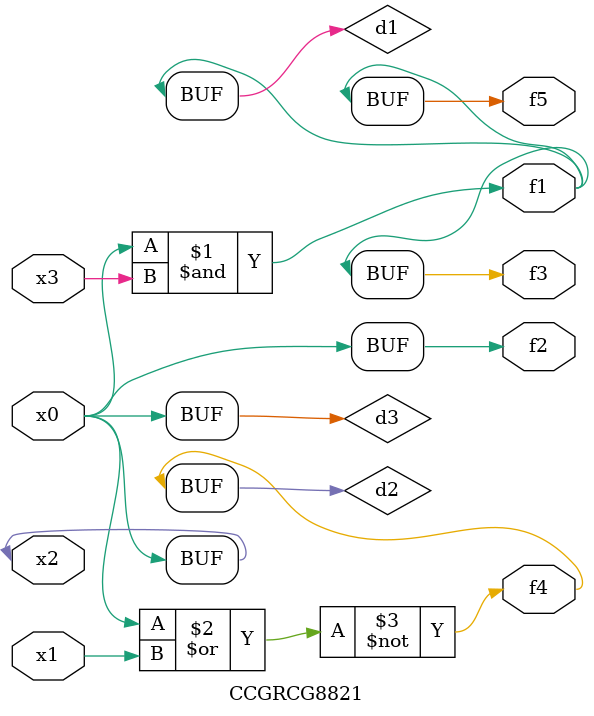
<source format=v>
module CCGRCG8821(
	input x0, x1, x2, x3,
	output f1, f2, f3, f4, f5
);

	wire d1, d2, d3;

	and (d1, x2, x3);
	nor (d2, x0, x1);
	buf (d3, x0, x2);
	assign f1 = d1;
	assign f2 = d3;
	assign f3 = d1;
	assign f4 = d2;
	assign f5 = d1;
endmodule

</source>
